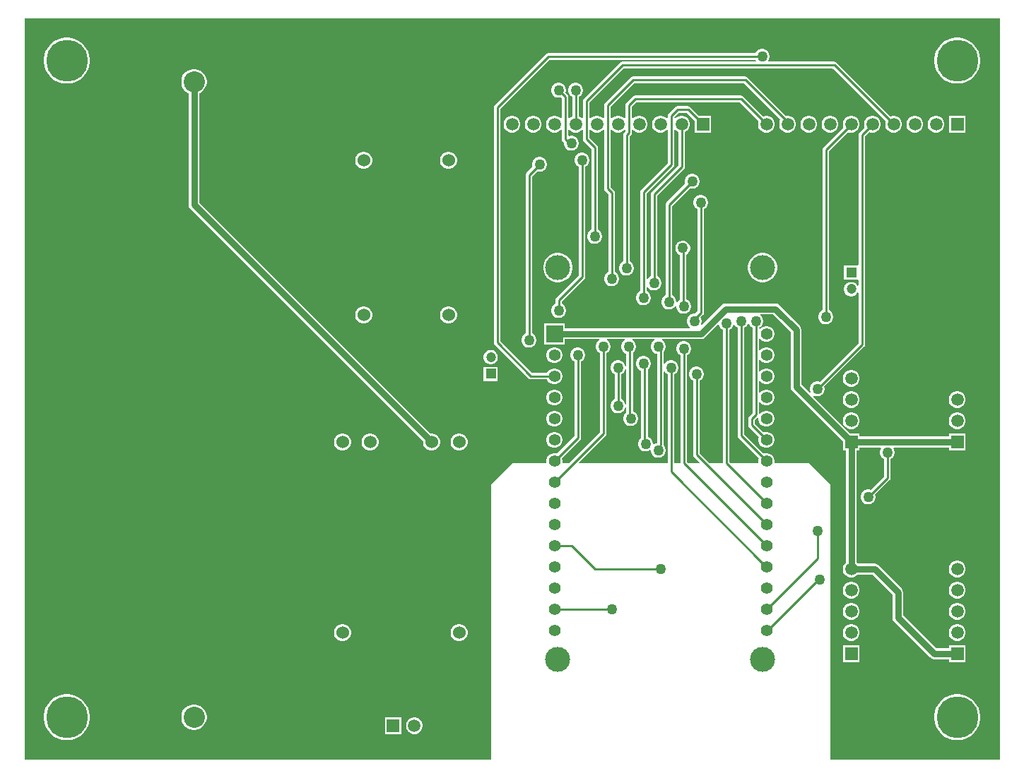
<source format=gbl>
%FSTAX23Y23*%
%MOIN*%
%SFA1B1*%

%IPPOS*%
%ADD13C,0.010000*%
%ADD20R,0.047240X0.047240*%
%ADD21C,0.047240*%
%ADD29C,0.030000*%
%ADD30R,0.078740X0.078740*%
%ADD31C,0.055000*%
%ADD32C,0.118110*%
%ADD33C,0.059060*%
%ADD34R,0.059060X0.059060*%
%ADD35R,0.059060X0.059060*%
%ADD36C,0.100000*%
%ADD37C,0.060000*%
%ADD38C,0.050000*%
%ADD39C,0.196850*%
%LNpcb1-1*%
%LPD*%
G36*
X064Y018D02*
X056D01*
Y031*
X055Y032*
X0534*
X05337Y03203*
X05337Y03205*
Y03214*
X05334Y03224*
X0533Y03233*
X05323Y0324*
X05314Y03244*
X05304Y03247*
X05295*
X05286Y03245*
X05195Y03336*
Y03838*
X05201Y03841*
X05208Y03848*
X05212Y03856*
X05215Y03856*
X05217Y03856*
X05221Y03848*
X05228Y03841*
X05234Y03838*
Y03436*
X05219Y0342*
X05215Y03415*
X05214Y0341*
Y0338*
X05215Y03374*
X05219Y03369*
X05264Y03323*
X05262Y03314*
Y03305*
X05265Y03295*
X05269Y03286*
X05276Y03279*
X05285Y03275*
X05295Y03272*
X05304*
X05314Y03275*
X05323Y03279*
X0533Y03286*
X05334Y03295*
X05337Y03305*
Y03314*
X05334Y03324*
X0533Y03333*
X05323Y0334*
X05314Y03344*
X05304Y03347*
X05295*
X05286Y03345*
X05245Y03386*
Y03403*
X05257Y03416*
X05259Y03415*
X05262Y03413*
Y03405*
X05265Y03395*
X05269Y03386*
X05276Y03379*
X05285Y03375*
X05295Y03372*
X05304*
X05314Y03375*
X05323Y03379*
X0533Y03386*
X05334Y03395*
X05337Y03405*
Y03414*
X05334Y03424*
X0533Y03433*
X05323Y0344*
X05314Y03444*
X05304Y03447*
X05295*
X05285Y03444*
X05276Y0344*
X0527Y03433*
X05268Y03433*
X05265Y03434*
Y03485*
X05268Y03486*
X0527Y03486*
X05276Y03479*
X05285Y03475*
X05295Y03472*
X05304*
X05314Y03475*
X05323Y03479*
X0533Y03486*
X05334Y03495*
X05337Y03505*
Y03514*
X05334Y03524*
X0533Y03533*
X05323Y0354*
X05314Y03544*
X05304Y03547*
X05295*
X05285Y03544*
X05276Y0354*
X0527Y03533*
X05268Y03533*
X05265Y03534*
Y03585*
X05268Y03586*
X0527Y03586*
X05276Y03579*
X05285Y03575*
X05295Y03572*
X05304*
X05314Y03575*
X05323Y03579*
X0533Y03586*
X05334Y03595*
X05337Y03605*
Y03614*
X05334Y03624*
X0533Y03633*
X05323Y0364*
X05314Y03644*
X05304Y03647*
X05295*
X05285Y03644*
X05276Y0364*
X0527Y03633*
X05268Y03633*
X05265Y03634*
Y03685*
X05268Y03686*
X0527Y03686*
X05276Y03679*
X05285Y03675*
X05295Y03672*
X05304*
X05314Y03675*
X05323Y03679*
X0533Y03686*
X05334Y03695*
X05337Y03705*
Y03714*
X05334Y03724*
X0533Y03733*
X05323Y0374*
X05314Y03744*
X05304Y03747*
X05295*
X05285Y03744*
X05276Y0374*
X0527Y03733*
X05268Y03733*
X05265Y03734*
Y03785*
X05268Y03786*
X0527Y03786*
X05276Y03779*
X05285Y03775*
X05295Y03772*
X05304*
X05314Y03775*
X05323Y03779*
X0533Y03786*
X05334Y03795*
X05337Y03805*
Y03814*
X05334Y03824*
X0533Y03833*
X05323Y0384*
X05314Y03844*
X05304Y03847*
X05295*
X05285Y03844*
X05276Y0384*
X05271Y03834*
X05266Y03836*
X05266Y03839*
X05271Y03841*
X05278Y03848*
X05282Y03856*
X05285Y03865*
Y03874*
X05282Y03883*
X05278Y03891*
X05272Y03897*
X05273Y03902*
X05331*
X05414Y03819*
Y0356*
X05416Y0355*
X05421Y03541*
X0566Y03303*
Y0326*
X05674*
Y0273*
X05668Y02724*
X05663Y02715*
X0566Y02705*
Y02694*
X05663Y02684*
X05668Y02675*
X05675Y02668*
X05684Y02663*
X05694Y0266*
X05705*
X05715Y02663*
X05724Y02668*
X0573Y02674*
X05799*
X05894Y02579*
Y0247*
X05896Y0246*
X05901Y02451*
X06071Y02281*
X0608Y02276*
X0609Y02274*
X0616*
Y0226*
X06239*
Y02339*
X0616*
Y02325*
X061*
X05945Y0248*
Y0259*
X05943Y02599*
X05938Y02608*
X05828Y02718*
X05819Y02723*
X0581Y02725*
X0573*
X05725Y0273*
Y0326*
X05739*
Y03274*
X05838*
X0584Y03269*
X05837Y03263*
X05835Y03254*
Y03245*
X05837Y03236*
X05841Y03228*
X05848Y03221*
X05854Y03218*
Y03136*
X05791Y03073*
X05784Y03075*
X05775*
X05766Y03072*
X05758Y03068*
X05751Y03061*
X05747Y03053*
X05745Y03044*
Y03035*
X05747Y03026*
X05751Y03018*
X05758Y03011*
X05766Y03007*
X05775Y03005*
X05784*
X05793Y03007*
X05801Y03011*
X05808Y03018*
X05812Y03026*
X05815Y03035*
Y03044*
X05813Y03051*
X0588Y03119*
X05884Y03124*
X05885Y0313*
Y03218*
X05891Y03221*
X05898Y03228*
X05902Y03236*
X05905Y03245*
Y03254*
X05902Y03263*
X05899Y03269*
X05901Y03274*
X0616*
Y0326*
X06239*
Y03339*
X0616*
Y03325*
X05739*
Y03339*
X05696*
X05521Y03514*
X05524Y03518*
X05526Y03517*
X05535Y03515*
X05544*
X05553Y03517*
X05561Y03521*
X05568Y03528*
X05572Y03536*
X05575Y03545*
Y03554*
X05573Y03561*
X0576Y03749*
X05764Y03754*
X05765Y0376*
Y04743*
X05784Y04763*
X05794Y0476*
X05805*
X05815Y04763*
X05824Y04768*
X05831Y04775*
X05836Y04784*
X05839Y04794*
Y04805*
X05836Y04815*
X05831Y04824*
X05824Y04831*
X05815Y04836*
X05805Y04839*
X05794*
X05784Y04836*
X05775Y04831*
X05768Y04824*
X05763Y04815*
X0576Y04805*
Y04794*
X05763Y04784*
X05739Y0476*
X05735Y04755*
X05734Y0475*
Y04138*
X05733Y04133*
X05729*
X05666*
Y04066*
X05733*
X05734Y04061*
Y04038*
X05729Y04037*
X05726Y04041*
X0572Y04048*
X05712Y04052*
X05704Y04054*
X05695*
X05687Y04052*
X05679Y04048*
X05673Y04041*
X05668Y04034*
X05666Y04025*
Y04016*
X05668Y04008*
X05673Y04*
X05679Y03994*
X05687Y03989*
X05695Y03987*
X05704*
X05712Y03989*
X0572Y03994*
X05726Y04*
X05729Y04005*
X05734Y04004*
Y03766*
X05551Y03583*
X05544Y03585*
X05535*
X05526Y03582*
X05518Y03578*
X05511Y03571*
X05507Y03563*
X05505Y03554*
Y03545*
X05507Y03536*
X05508Y03534*
X05504Y03531*
X05465Y0357*
Y0383*
X05463Y03839*
X05458Y03848*
X0536Y03945*
X05352Y03951*
X05342Y03953*
X05107*
X05097Y03951*
X05089Y03945*
X04995Y03851*
X04991Y03854*
X04992Y03856*
X04995Y03865*
Y03874*
X04992Y03883*
X04989Y03888*
X05Y039*
X05004Y03904*
X05005Y0391*
Y04398*
X05011Y04401*
X05018Y04408*
X05022Y04416*
X05025Y04425*
Y04434*
X05022Y04443*
X05018Y04451*
X05011Y04458*
X05003Y04462*
X04994Y04465*
X04985*
X04976Y04462*
X04968Y04458*
X04961Y04451*
X04957Y04443*
X04955Y04434*
Y04425*
X04957Y04416*
X04961Y04408*
X04968Y04401*
X04974Y04398*
Y03917*
X04962Y03905*
X04955*
X04946Y03902*
X04938Y03898*
X04931Y03891*
X04927Y03883*
X04925Y03874*
Y03865*
X04927Y03856*
X04931Y03848*
X04938Y03841*
X04939Y03841*
X04938Y03836*
X04349*
Y03859*
X0425*
Y0376*
X04349*
Y03785*
X04511*
X04512Y0378*
X04508Y03778*
X04501Y03771*
X04497Y03763*
X04495Y03754*
Y03745*
X04497Y03736*
X04501Y03728*
X04508Y03721*
X04514Y03718*
Y03347*
X04367Y032*
X0434*
X04337Y03203*
X04337Y03205*
Y03214*
X04335Y03224*
X0442Y0331*
X04424Y03314*
X04425Y0332*
Y03678*
X04431Y03681*
X04438Y03688*
X04442Y03696*
X04445Y03705*
Y03714*
X04442Y03723*
X04438Y03731*
X04431Y03738*
X04423Y03742*
X04414Y03745*
X04405*
X04396Y03742*
X04388Y03738*
X04381Y03731*
X04377Y03723*
X04375Y03714*
Y03705*
X04377Y03696*
X04381Y03688*
X04388Y03681*
X04394Y03678*
Y03327*
X04312Y03245*
X04304Y03247*
X04295*
X04285Y03244*
X04276Y0324*
X04269Y03233*
X04265Y03224*
X04262Y03214*
Y03205*
X04262Y03203*
X04259Y032*
X041*
X04Y031*
Y018*
X018*
Y053*
X064*
Y018*
G37*
G36*
X04772Y0378D02*
X04768Y03778D01*
X04761Y03771*
X04757Y03763*
X04755Y03754*
Y03745*
X04757Y03736*
X04761Y03728*
X04768Y03721*
X04776Y03717*
X04784Y03715*
Y03294*
X04776Y03292*
X0477Y03288*
X04765Y0329*
X04765Y03291*
Y03294*
X04762Y03303*
X04758Y03311*
X04751Y03318*
X04743Y03322*
X0474Y03323*
Y03641*
X04741Y03641*
X04748Y03648*
X04752Y03656*
X04755Y03665*
Y03674*
X04752Y03683*
X04748Y03691*
X04741Y03698*
X04733Y03702*
X04724Y03705*
X04715*
X04706Y03702*
X04698Y03698*
X04691Y03691*
X04687Y03683*
X04685Y03674*
Y03665*
X04687Y03656*
X04691Y03648*
X04698Y03641*
X04706Y03637*
X04709Y03636*
Y03318*
X04708Y03318*
X04701Y03311*
X04697Y03303*
X04695Y03294*
Y03285*
X04697Y03276*
X04701Y03268*
X04708Y03261*
X04716Y03257*
X04725Y03255*
X04734*
X04743Y03257*
X0475Y03261*
X04754Y03259*
X04755Y03258*
Y03255*
X04757Y03246*
X04761Y03238*
X04768Y03231*
X04776Y03227*
X04785Y03225*
X04794*
X04803Y03227*
X04811Y03231*
X04818Y03238*
X04822Y03246*
X04825Y03255*
Y03264*
X04822Y03273*
X04818Y03281*
X04815Y03284*
X04815Y03285*
Y0363*
X0482Y03631*
X04821Y03628*
X04828Y03621*
X04834Y03618*
Y032*
X04417*
X04415Y03204*
X0454Y0333*
X04544Y03334*
X04545Y0334*
Y03718*
X04551Y03721*
X04558Y03728*
X04562Y03736*
X04565Y03745*
Y03754*
X04562Y03763*
X04558Y03771*
X04551Y03778*
X04547Y0378*
X04548Y03785*
X04631*
X04632Y0378*
X04628Y03778*
X04621Y03771*
X04617Y03763*
X04615Y03754*
Y03745*
X04617Y03736*
X04621Y03728*
X04628Y03721*
X04636Y03717*
X04639Y03716*
Y03656*
X04634Y03655*
X04632Y03663*
X04628Y03671*
X04621Y03678*
X04613Y03682*
X04604Y03685*
X04595*
X04586Y03682*
X04578Y03678*
X04571Y03671*
X04567Y03663*
X04565Y03654*
Y03645*
X04567Y03636*
X04571Y03628*
X04578Y03621*
X04584Y03618*
Y03501*
X04578Y03498*
X04571Y03491*
X04567Y03483*
X04565Y03474*
Y03465*
X04567Y03456*
X04571Y03448*
X04578Y03441*
X04586Y03437*
X04595Y03435*
X04604*
X04613Y03437*
X04621Y03441*
X04628Y03448*
X04632Y03456*
X04634Y03464*
X04639Y03463*
Y03438*
X04638Y03438*
X04631Y03431*
X04627Y03423*
X04625Y03414*
Y03405*
X04627Y03396*
X04631Y03388*
X04638Y03381*
X04646Y03377*
X04655Y03375*
X04664*
X04673Y03377*
X04681Y03381*
X04688Y03388*
X04692Y03396*
X04695Y03405*
Y03414*
X04692Y03423*
X04688Y03431*
X04681Y03438*
X04673Y03442*
X0467Y03443*
Y03721*
X04671Y03721*
X04678Y03728*
X04682Y03736*
X04685Y03745*
Y03754*
X04682Y03763*
X04678Y03771*
X04671Y03778*
X04667Y0378*
X04668Y03785*
X04771*
X04772Y0378*
G37*
G36*
X04639Y03643D02*
Y03476D01*
X04634Y03475*
X04632Y03483*
X04628Y03491*
X04621Y03498*
X04615Y03501*
Y03618*
X04621Y03621*
X04628Y03628*
X04632Y03636*
X04634Y03644*
X04639Y03643*
G37*
G36*
X05151Y03848D02*
X05158Y03841D01*
X05164Y03838*
Y0333*
X05165Y03324*
X05169Y03319*
X05264Y03223*
X05262Y03214*
Y03205*
X05262Y03203*
X05259Y032*
X05131*
X05125Y03205*
Y03828*
X05131Y03831*
X05138Y03838*
X05142Y03846*
X05144Y03851*
X05149Y03852*
X05151Y03848*
G37*
G36*
X05075Y03852D02*
X05077Y03846D01*
X05082Y03838*
X05088Y03831*
X05095Y03828*
Y032*
X05032*
X04985Y03247*
Y03588*
X04991Y03591*
X04998Y03598*
X05002Y03606*
X05005Y03615*
Y03624*
X05002Y03633*
X04998Y03641*
X04991Y03648*
X04983Y03652*
X04974Y03655*
X04965*
X04956Y03652*
X04948Y03648*
X04941Y03641*
X04937Y03633*
X04935Y03624*
Y03615*
X04937Y03606*
X04941Y03598*
X04948Y03591*
X04954Y03588*
Y0324*
X04955Y03234*
X04959Y0323*
X04984Y03204*
X04982Y032*
X04932*
X04925Y03207*
Y03708*
X04931Y03711*
X04938Y03718*
X04942Y03726*
X04945Y03735*
Y03744*
X04942Y03753*
X04938Y03761*
X04931Y03768*
X04923Y03772*
X04914Y03775*
X04905*
X04896Y03772*
X04888Y03768*
X04881Y03761*
X04877Y03753*
X04875Y03744*
Y03735*
X04877Y03726*
X04881Y03718*
X04888Y03711*
X04894Y03708*
Y032*
X04894Y032*
X04865*
Y03618*
X04871Y03621*
X04878Y03628*
X04882Y03636*
X04885Y03645*
Y03654*
X04882Y03663*
X04878Y03671*
X04871Y03678*
X04863Y03682*
X04854Y03685*
X04845*
X04836Y03682*
X04828Y03678*
X04821Y03671*
X0482Y03668*
X04815Y03669*
Y03725*
X04818Y03728*
X04822Y03736*
X04825Y03745*
Y03754*
X04822Y03763*
X04818Y03771*
X04811Y03778*
X04807Y0378*
X04808Y03785*
X0499*
X05Y03787*
X05008Y03792*
X0507Y03854*
X05075Y03852*
G37*
%LNpcb1-2*%
%LPC*%
G36*
X06208Y05208D02*
X06191D01*
X06174Y05205*
X06158Y052*
X06143Y05192*
X06129Y05182*
X06117Y0517*
X06107Y05156*
X06099Y05141*
X06094Y05125*
X06091Y05108*
Y05091*
X06094Y05074*
X06099Y05058*
X06107Y05043*
X06117Y05029*
X06129Y05017*
X06143Y05007*
X06158Y04999*
X06174Y04994*
X06191Y04991*
X06208*
X06225Y04994*
X06241Y04999*
X06256Y05007*
X0627Y05017*
X06282Y05029*
X06292Y05043*
X063Y05058*
X06305Y05074*
X06308Y05091*
Y05108*
X06305Y05125*
X063Y05141*
X06292Y05156*
X06282Y0517*
X0627Y05182*
X06256Y05192*
X06241Y052*
X06225Y05205*
X06208Y05208*
G37*
G36*
X02008D02*
X01991D01*
X01974Y05205*
X01958Y052*
X01943Y05192*
X01929Y05182*
X01917Y0517*
X01907Y05156*
X01899Y05141*
X01894Y05125*
X01891Y05108*
Y05091*
X01894Y05074*
X01899Y05058*
X01907Y05043*
X01917Y05029*
X01929Y05017*
X01943Y05007*
X01958Y04999*
X01974Y04994*
X01991Y04991*
X02008*
X02025Y04994*
X02041Y04999*
X02056Y05007*
X0207Y05017*
X02082Y05029*
X02092Y05043*
X021Y05058*
X02105Y05074*
X02108Y05091*
Y05108*
X02105Y05125*
X021Y05141*
X02092Y05156*
X02082Y0517*
X0207Y05182*
X02056Y05192*
X02041Y052*
X02025Y05205*
X02008Y05208*
G37*
G36*
X06239Y04839D02*
X0616D01*
Y0476*
X06239*
Y04839*
G37*
G36*
X06105D02*
X06094D01*
X06084Y04836*
X06075Y04831*
X06068Y04824*
X06063Y04815*
X0606Y04805*
Y04794*
X06063Y04784*
X06068Y04775*
X06075Y04768*
X06084Y04763*
X06094Y0476*
X06105*
X06115Y04763*
X06124Y04768*
X06131Y04775*
X06136Y04784*
X06139Y04794*
Y04805*
X06136Y04815*
X06131Y04824*
X06124Y04831*
X06115Y04836*
X06105Y04839*
G37*
G36*
X06005D02*
X05994D01*
X05984Y04836*
X05975Y04831*
X05968Y04824*
X05963Y04815*
X0596Y04805*
Y04794*
X05963Y04784*
X05968Y04775*
X05975Y04768*
X05984Y04763*
X05994Y0476*
X06005*
X06015Y04763*
X06024Y04768*
X06031Y04775*
X06036Y04784*
X06039Y04794*
Y04805*
X06036Y04815*
X06031Y04824*
X06024Y04831*
X06015Y04836*
X06005Y04839*
G37*
G36*
X05284Y05155D02*
X05275D01*
X05266Y05152*
X05258Y05148*
X05251Y05141*
X05248Y05135*
X0427*
X04264Y05134*
X04259Y0513*
X04019Y0489*
X04015Y04885*
X04014Y0488*
Y0377*
X04015Y03764*
X04019Y03759*
X04178Y036*
X04183Y03596*
X04189Y03595*
X04265*
X04265*
X04269Y03586*
X04276Y03579*
X04285Y03575*
X04295Y03572*
X04304*
X04314Y03575*
X04323Y03579*
X0433Y03586*
X04334Y03595*
X04337Y03605*
Y03614*
X04334Y03624*
X0433Y03633*
X04323Y0364*
X04314Y03644*
X04304Y03647*
X04295*
X04285Y03644*
X04276Y0364*
X04269Y03633*
X04266Y03626*
X04195*
X04045Y03776*
Y04873*
X04276Y05104*
X05248*
X0525Y051*
X05248Y05095*
X0462*
X04614Y05094*
X04609Y0509*
X04439Y0492*
X04435Y04915*
X04434Y0491*
Y04828*
X04429Y04826*
X04424Y04831*
X04415Y04836*
Y04928*
X04421Y04931*
X04428Y04938*
X04432Y04946*
X04435Y04955*
Y04964*
X04432Y04973*
X04428Y04981*
X04421Y04988*
X04413Y04992*
X04404Y04995*
X04395*
X04386Y04992*
X04378Y04988*
X04371Y04981*
X04367Y04973*
X04365Y04964*
Y04955*
X04367Y04946*
X04371Y04938*
X04378Y04931*
X04384Y04928*
Y04836*
X04375Y04831*
X0437Y04826*
X04365Y04828*
Y0493*
X04364Y04935*
X0436Y0494*
X04353Y04948*
X04355Y04955*
Y04964*
X04352Y04973*
X04348Y04981*
X04341Y04988*
X04333Y04992*
X04324Y04995*
X04315*
X04306Y04992*
X04298Y04988*
X04291Y04981*
X04287Y04973*
X04285Y04964*
Y04955*
X04287Y04946*
X04291Y04938*
X04298Y04931*
X04306Y04927*
X04315Y04925*
X04324*
X0433Y04926*
X04334Y04923*
Y04828*
X04329Y04826*
X04324Y04831*
X04315Y04836*
X04305Y04839*
X04294*
X04284Y04836*
X04275Y04831*
X04268Y04824*
X04263Y04815*
X0426Y04805*
Y04794*
X04263Y04784*
X04268Y04775*
X04275Y04768*
X04284Y04763*
X04294Y0476*
X04305*
X04315Y04763*
X04324Y04768*
X04329Y04773*
X04334Y04771*
Y0473*
X04335Y04724*
X04339Y04719*
X04345Y04713*
Y04705*
X04347Y04696*
X04351Y04688*
X04358Y04681*
X04366Y04677*
X04375Y04675*
X04384*
X04393Y04677*
X04401Y04681*
X04408Y04688*
X04412Y04696*
X04415Y04705*
Y04714*
X04412Y04723*
X04408Y04731*
X04401Y04738*
X04393Y04742*
X04384Y04745*
X04375*
X0437Y04743*
X04365Y04747*
Y04771*
X0437Y04773*
X04375Y04768*
X04384Y04763*
X04394Y0476*
X04405*
X04415Y04763*
X04424Y04768*
X04429Y04773*
X04434Y04771*
Y0473*
X04435Y04724*
X04439Y04719*
X04474Y04683*
Y04301*
X04468Y04298*
X04461Y04291*
X04457Y04283*
X04455Y04274*
Y04265*
X04457Y04256*
X04461Y04248*
X04468Y04241*
X04476Y04237*
X04485Y04235*
X04494*
X04503Y04237*
X04511Y04241*
X04518Y04248*
X04522Y04256*
X04525Y04265*
Y04274*
X04522Y04283*
X04518Y04291*
X04511Y04298*
X04505Y04301*
Y0469*
X04504Y04695*
X045Y047*
X04465Y04736*
Y04771*
X0447Y04773*
X04475Y04768*
X04484Y04763*
X04494Y0476*
X04505*
X04515Y04763*
X04524Y04768*
X04529Y04773*
X04534Y04771*
Y04495*
X04535Y04489*
X04539Y04484*
X04554Y04469*
Y04101*
X04548Y04098*
X04541Y04091*
X04537Y04083*
X04535Y04074*
Y04065*
X04537Y04056*
X04541Y04048*
X04548Y04041*
X04556Y04037*
X04565Y04035*
X04574*
X04583Y04037*
X04591Y04041*
X04598Y04048*
X04602Y04056*
X04605Y04065*
Y04074*
X04602Y04083*
X04598Y04091*
X04591Y04098*
X04585Y04101*
Y04475*
X04584Y04481*
X0458Y04486*
X04565Y04501*
Y04771*
X0457Y04773*
X04575Y04768*
X04584Y04763*
X04594Y0476*
X04605*
X04615Y04763*
X04624Y04768*
X04629Y04773*
X04634Y04771*
Y04766*
X04629Y0476*
X04625Y04755*
X04624Y0475*
Y04151*
X04618Y04148*
X04611Y04141*
X04607Y04133*
X04605Y04124*
Y04115*
X04607Y04106*
X04611Y04098*
X04618Y04091*
X04626Y04087*
X04635Y04085*
X04644*
X04653Y04087*
X04661Y04091*
X04668Y04098*
X04672Y04106*
X04675Y04115*
Y04124*
X04672Y04133*
X04668Y04141*
X04661Y04148*
X04655Y04151*
Y04743*
X0466Y04749*
X04664Y04754*
X04665Y0476*
Y04771*
X0467Y04773*
X04675Y04768*
X04684Y04763*
X04694Y0476*
X04705*
X04715Y04763*
X04724Y04768*
X04731Y04775*
X04736Y04784*
X04739Y04794*
Y04805*
X04736Y04815*
X04731Y04824*
X04724Y04831*
X04715Y04836*
X04705Y04839*
X04694*
X04684Y04836*
X04675Y04831*
X0467Y04826*
X04665Y04828*
Y04883*
X04686Y04904*
X05173*
X05263Y04815*
X0526Y04805*
Y04794*
X05263Y04784*
X05268Y04775*
X05275Y04768*
X05284Y04763*
X05294Y0476*
X05305*
X05315Y04763*
X05324Y04768*
X05331Y04775*
X05336Y04784*
X05339Y04794*
Y04805*
X05336Y04815*
X05331Y04824*
X05324Y04831*
X05315Y04836*
X05305Y04839*
X05294*
X05284Y04836*
X0519Y0493*
X05185Y04934*
X0518Y04935*
X0468*
X04674Y04934*
X04669Y0493*
X04639Y049*
X04635Y04895*
X04634Y0489*
Y04828*
X04629Y04826*
X04624Y04831*
X04615Y04836*
X04605Y04839*
X04594*
X04584Y04836*
X04575Y04831*
X0457Y04826*
X04565Y04828*
Y04883*
X04676Y04994*
X05193*
X05366Y04821*
X05363Y04815*
X0536Y04805*
Y04794*
X05363Y04784*
X05368Y04775*
X05375Y04768*
X05384Y04763*
X05394Y0476*
X05405*
X05415Y04763*
X05424Y04768*
X05431Y04775*
X05436Y04784*
X05439Y04794*
Y04805*
X05436Y04815*
X05431Y04824*
X05424Y04831*
X05415Y04836*
X05405Y04839*
X05394*
X05392Y04838*
X0521Y0502*
X05205Y05024*
X052Y05025*
X0467*
X04664Y05024*
X04659Y0502*
X04539Y049*
X04535Y04895*
X04534Y0489*
Y04828*
X04529Y04826*
X04524Y04831*
X04515Y04836*
X04505Y04839*
X04494*
X04484Y04836*
X04475Y04831*
X0447Y04826*
X04465Y04828*
Y04903*
X04626Y05064*
X05613*
X05863Y04815*
X0586Y04805*
Y04794*
X05863Y04784*
X05868Y04775*
X05875Y04768*
X05884Y04763*
X05894Y0476*
X05905*
X05915Y04763*
X05924Y04768*
X05931Y04775*
X05936Y04784*
X05939Y04794*
Y04805*
X05936Y04815*
X05931Y04824*
X05924Y04831*
X05915Y04836*
X05905Y04839*
X05894*
X05884Y04836*
X0563Y0509*
X05625Y05094*
X0562Y05095*
X05311*
X05309Y051*
X05312Y05106*
X05315Y05115*
Y05124*
X05312Y05133*
X05308Y05141*
X05301Y05148*
X05293Y05152*
X05284Y05155*
G37*
G36*
X05705Y04839D02*
X05694D01*
X05684Y04836*
X05675Y04831*
X05668Y04824*
X05663Y04815*
X0566Y04805*
Y04794*
X05663Y04784*
X05569Y0469*
X05565Y04685*
X05564Y0468*
Y03921*
X05558Y03918*
X05551Y03911*
X05547Y03903*
X05545Y03894*
Y03885*
X05547Y03876*
X05551Y03868*
X05558Y03861*
X05566Y03857*
X05575Y03855*
X05584*
X05593Y03857*
X05601Y03861*
X05608Y03868*
X05612Y03876*
X05615Y03885*
Y03894*
X05612Y03903*
X05608Y03911*
X05601Y03918*
X05595Y03921*
Y04673*
X05684Y04763*
X05694Y0476*
X05705*
X05715Y04763*
X05724Y04768*
X05731Y04775*
X05736Y04784*
X05739Y04794*
Y04805*
X05736Y04815*
X05731Y04824*
X05724Y04831*
X05715Y04836*
X05705Y04839*
G37*
G36*
X05605D02*
X05594D01*
X05584Y04836*
X05575Y04831*
X05568Y04824*
X05563Y04815*
X0556Y04805*
Y04794*
X05563Y04784*
X05568Y04775*
X05575Y04768*
X05584Y04763*
X05594Y0476*
X05605*
X05615Y04763*
X05624Y04768*
X05631Y04775*
X05636Y04784*
X05639Y04794*
Y04805*
X05636Y04815*
X05631Y04824*
X05624Y04831*
X05615Y04836*
X05605Y04839*
G37*
G36*
X05505D02*
X05494D01*
X05484Y04836*
X05475Y04831*
X05468Y04824*
X05463Y04815*
X0546Y04805*
Y04794*
X05463Y04784*
X05468Y04775*
X05475Y04768*
X05484Y04763*
X05494Y0476*
X05505*
X05515Y04763*
X05524Y04768*
X05531Y04775*
X05536Y04784*
X05539Y04794*
Y04805*
X05536Y04815*
X05531Y04824*
X05524Y04831*
X05515Y04836*
X05505Y04839*
G37*
G36*
X0493Y04885D02*
X0488D01*
X04874Y04884*
X04869Y0488*
X04839Y0485*
X04835Y04845*
X04834Y0484*
Y04828*
X04829Y04826*
X04824Y04831*
X04815Y04836*
X04805Y04839*
X04794*
X04784Y04836*
X04775Y04831*
X04768Y04824*
X04763Y04815*
X0476Y04805*
Y04794*
X04763Y04784*
X04768Y04775*
X04775Y04768*
X04784Y04763*
X04794Y0476*
X04805*
X04815Y04763*
X04824Y04768*
X04829Y04773*
X04834Y04771*
Y04616*
X04709Y0449*
X04705Y04485*
X04704Y0448*
Y04011*
X04698Y04008*
X04691Y04001*
X04687Y03993*
X04685Y03984*
Y03975*
X04687Y03966*
X04691Y03958*
X04698Y03951*
X04706Y03947*
X04715Y03945*
X04724*
X04733Y03947*
X04741Y03951*
X04748Y03958*
X04752Y03966*
X04755Y03975*
Y03984*
X04752Y03993*
X04748Y04001*
X04741Y04008*
X04735Y04011*
Y0403*
X0474Y04031*
X04741Y04028*
X04748Y04021*
X04756Y04017*
X04765Y04015*
X04774*
X04783Y04017*
X04791Y04021*
X04798Y04028*
X04802Y04036*
X04805Y04045*
Y04054*
X04802Y04063*
X04798Y04071*
X04791Y04078*
X04785Y04081*
Y04463*
X0491Y04589*
X04914Y04594*
X04915Y046*
Y04763*
X04924Y04768*
X04931Y04775*
X04936Y04784*
X04939Y04794*
Y04805*
X04936Y04815*
X04931Y04824*
X04924Y04831*
X04915Y04836*
X04905Y04839*
X04894*
X04884Y04836*
X04875Y04831*
X0487Y04826*
X04865Y04828*
Y04833*
X04886Y04854*
X04923*
X0496Y04817*
Y0476*
X05039*
Y04839*
X04982*
X0494Y0488*
X04935Y04884*
X0493Y04885*
G37*
G36*
X04205Y04839D02*
X04194D01*
X04184Y04836*
X04175Y04831*
X04168Y04824*
X04163Y04815*
X0416Y04805*
Y04794*
X04163Y04784*
X04168Y04775*
X04175Y04768*
X04184Y04763*
X04194Y0476*
X04205*
X04215Y04763*
X04224Y04768*
X04231Y04775*
X04236Y04784*
X04239Y04794*
Y04805*
X04236Y04815*
X04231Y04824*
X04224Y04831*
X04215Y04836*
X04205Y04839*
G37*
G36*
X04105D02*
X04094D01*
X04084Y04836*
X04075Y04831*
X04068Y04824*
X04063Y04815*
X0406Y04805*
Y04794*
X04063Y04784*
X04068Y04775*
X04075Y04768*
X04084Y04763*
X04094Y0476*
X04105*
X04115Y04763*
X04124Y04768*
X04131Y04775*
X04136Y04784*
X04139Y04794*
Y04805*
X04136Y04815*
X04131Y04824*
X04124Y04831*
X04115Y04836*
X04105Y04839*
G37*
G36*
X03805Y0467D02*
X03794D01*
X03784Y04667*
X03775Y04662*
X03767Y04654*
X03762Y04645*
X0376Y04635*
Y04624*
X03762Y04614*
X03767Y04605*
X03775Y04597*
X03784Y04592*
X03794Y0459*
X03805*
X03815Y04592*
X03824Y04597*
X03832Y04605*
X03837Y04614*
X0384Y04624*
Y04635*
X03837Y04645*
X03832Y04654*
X03824Y04662*
X03815Y04667*
X03805Y0467*
G37*
G36*
X03405D02*
X03394D01*
X03384Y04667*
X03375Y04662*
X03367Y04654*
X03362Y04645*
X0336Y04635*
Y04624*
X03362Y04614*
X03367Y04605*
X03375Y04597*
X03384Y04592*
X03394Y0459*
X03405*
X03415Y04592*
X03424Y04597*
X03432Y04605*
X03437Y04614*
X0344Y04624*
Y04635*
X03437Y04645*
X03432Y04654*
X03424Y04662*
X03415Y04667*
X03405Y0467*
G37*
G36*
X04234Y04645D02*
X04225D01*
X04216Y04642*
X04208Y04638*
X04201Y04631*
X04197Y04623*
X04195Y04614*
Y04605*
X04196Y04598*
X04169Y0457*
X04165Y04565*
X04164Y0456*
Y03811*
X04158Y03808*
X04151Y03801*
X04147Y03793*
X04145Y03784*
Y03775*
X04147Y03766*
X04151Y03758*
X04158Y03751*
X04166Y03747*
X04175Y03745*
X04184*
X04193Y03747*
X04201Y03751*
X04208Y03758*
X04212Y03766*
X04215Y03775*
Y03784*
X04212Y03793*
X04208Y03801*
X04201Y03808*
X04195Y03811*
Y04553*
X04218Y04576*
X04225Y04575*
X04234*
X04243Y04577*
X04251Y04581*
X04258Y04588*
X04262Y04596*
X04265Y04605*
Y04614*
X04262Y04623*
X04258Y04631*
X04251Y04638*
X04243Y04642*
X04234Y04645*
G37*
G36*
X04954Y04565D02*
X04945D01*
X04936Y04562*
X04928Y04558*
X04921Y04551*
X04917Y04543*
X04915Y04534*
Y04525*
X04916Y04518*
X04829Y0443*
X04825Y04425*
X04824Y0442*
Y03991*
X04818Y03988*
X04811Y03981*
X04807Y03973*
X04805Y03964*
Y03955*
X04807Y03946*
X04811Y03938*
X04818Y03931*
X04826Y03927*
X04835Y03925*
X04844*
X04853Y03927*
X04861Y03931*
X04868Y03938*
X0487Y03941*
X04875Y0394*
Y03935*
X04877Y03926*
X04881Y03918*
X04888Y03911*
X04896Y03907*
X04905Y03905*
X04914*
X04923Y03907*
X04931Y03911*
X04938Y03918*
X04942Y03926*
X04945Y03935*
Y03944*
X04942Y03953*
X04938Y03961*
X04931Y03968*
X04923Y03972*
X04922Y03972*
Y04184*
X04926Y04186*
X04933Y04193*
X04938Y04201*
X0494Y0421*
Y04219*
X04938Y04228*
X04933Y04236*
X04926Y04243*
X04918Y04247*
X0491Y0425*
X049*
X04891Y04247*
X04883Y04243*
X04877Y04236*
X04872Y04228*
X0487Y04219*
Y0421*
X04872Y04201*
X04877Y04193*
X04883Y04186*
X04891Y04182*
X04892Y04182*
Y0397*
X04888Y03968*
X04881Y03961*
X0488Y03958*
X04875Y03959*
Y03964*
X04872Y03973*
X04868Y03981*
X04861Y03988*
X04855Y03991*
Y04413*
X04938Y04496*
X04945Y04495*
X04954*
X04963Y04497*
X04971Y04501*
X04978Y04508*
X04982Y04516*
X04985Y04525*
Y04534*
X04982Y04543*
X04978Y04551*
X04971Y04558*
X04963Y04562*
X04954Y04565*
G37*
G36*
X05288Y04192D02*
X05274D01*
X05261Y04189*
X05248Y04184*
X05237Y04177*
X05227Y04167*
X0522Y04156*
X05215Y04143*
X05212Y0413*
Y04116*
X05215Y04103*
X0522Y0409*
X05227Y04079*
X05237Y04069*
X05248Y04062*
X05261Y04056*
X05274Y04054*
X05288*
X05301Y04056*
X05314Y04062*
X05325Y04069*
X05335Y04079*
X05342Y0409*
X05347Y04103*
X0535Y04116*
Y0413*
X05347Y04143*
X05342Y04156*
X05335Y04167*
X05325Y04177*
X05314Y04184*
X05301Y04189*
X05288Y04192*
G37*
G36*
X04323D02*
X04309D01*
X04296Y04189*
X04283Y04184*
X04272Y04177*
X04262Y04167*
X04255Y04156*
X0425Y04143*
X04247Y0413*
Y04116*
X0425Y04103*
X04255Y0409*
X04262Y04079*
X04272Y04069*
X04283Y04062*
X04296Y04056*
X04309Y04054*
X04323*
X04336Y04056*
X04349Y04062*
X0436Y04069*
X0437Y04079*
X04377Y0409*
X04382Y04103*
X04385Y04116*
Y0413*
X04382Y04143*
X04377Y04156*
X0437Y04167*
X0436Y04177*
X04349Y04184*
X04336Y04189*
X04323Y04192*
G37*
G36*
X04434Y04665D02*
X04425D01*
X04416Y04662*
X04408Y04658*
X04401Y04651*
X04397Y04643*
X04395Y04634*
Y04625*
X04397Y04616*
X04401Y04608*
X04408Y04601*
X04414Y04598*
Y04086*
X04309Y0398*
X04305Y03975*
X04304Y0397*
Y03951*
X04298Y03948*
X04291Y03941*
X04287Y03933*
X04285Y03924*
Y03915*
X04287Y03906*
X04291Y03898*
X04298Y03891*
X04306Y03887*
X04315Y03885*
X04324*
X04333Y03887*
X04341Y03891*
X04348Y03898*
X04352Y03906*
X04355Y03915*
Y03924*
X04352Y03933*
X04348Y03941*
X04341Y03948*
X04335Y03951*
Y03963*
X0444Y04069*
X04444Y04074*
X04445Y0408*
Y04598*
X04451Y04601*
X04458Y04608*
X04462Y04616*
X04465Y04625*
Y04634*
X04462Y04643*
X04458Y04651*
X04451Y04658*
X04443Y04662*
X04434Y04665*
G37*
G36*
X03805Y0394D02*
X03794D01*
X03784Y03937*
X03775Y03932*
X03767Y03924*
X03762Y03915*
X0376Y03905*
Y03894*
X03762Y03884*
X03767Y03875*
X03775Y03867*
X03784Y03862*
X03794Y0386*
X03805*
X03815Y03862*
X03824Y03867*
X03832Y03875*
X03837Y03884*
X0384Y03894*
Y03905*
X03837Y03915*
X03832Y03924*
X03824Y03932*
X03815Y03937*
X03805Y0394*
G37*
G36*
X03405D02*
X03394D01*
X03384Y03937*
X03375Y03932*
X03367Y03924*
X03362Y03915*
X0336Y03905*
Y03894*
X03362Y03884*
X03367Y03875*
X03375Y03867*
X03384Y03862*
X03394Y0386*
X03405*
X03415Y03862*
X03424Y03867*
X03432Y03875*
X03437Y03884*
X0344Y03894*
Y03905*
X03437Y03915*
X03432Y03924*
X03424Y03932*
X03415Y03937*
X03405Y0394*
G37*
G36*
X04304Y03747D02*
X04295D01*
X04285Y03744*
X04276Y0374*
X04269Y03733*
X04265Y03724*
X04262Y03714*
Y03705*
X04265Y03695*
X04269Y03686*
X04276Y03679*
X04285Y03675*
X04295Y03672*
X04304*
X04314Y03675*
X04323Y03679*
X0433Y03686*
X04334Y03695*
X04337Y03705*
Y03714*
X04334Y03724*
X0433Y03733*
X04323Y0374*
X04314Y03744*
X04304Y03747*
G37*
G36*
X04004Y03733D02*
X03995D01*
X03987Y03731*
X03979Y03726*
X03973Y0372*
X03968Y03712*
X03966Y03704*
Y03695*
X03968Y03687*
X03973Y03679*
X03979Y03673*
X03987Y03668*
X03995Y03666*
X04004*
X04012Y03668*
X0402Y03673*
X04026Y03679*
X04031Y03687*
X04033Y03695*
Y03704*
X04031Y03712*
X04026Y0372*
X0402Y03726*
X04012Y03731*
X04004Y03733*
G37*
G36*
X04033Y03654D02*
X03966D01*
Y03587*
X04033*
Y03654*
G37*
G36*
X05705Y03639D02*
X05694D01*
X05684Y03636*
X05675Y03631*
X05668Y03624*
X05663Y03615*
X0566Y03605*
Y03594*
X05663Y03584*
X05668Y03575*
X05675Y03568*
X05684Y03563*
X05694Y0356*
X05705*
X05715Y03563*
X05724Y03568*
X05731Y03575*
X05736Y03584*
X05739Y03594*
Y03605*
X05736Y03615*
X05731Y03624*
X05724Y03631*
X05715Y03636*
X05705Y03639*
G37*
G36*
X04304Y03547D02*
X04295D01*
X04285Y03544*
X04276Y0354*
X04269Y03533*
X04265Y03524*
X04262Y03514*
Y03505*
X04265Y03495*
X04269Y03486*
X04276Y03479*
X04285Y03475*
X04295Y03472*
X04304*
X04314Y03475*
X04323Y03479*
X0433Y03486*
X04334Y03495*
X04337Y03505*
Y03514*
X04334Y03524*
X0433Y03533*
X04323Y0354*
X04314Y03544*
X04304Y03547*
G37*
G36*
X06205Y03539D02*
X06194D01*
X06184Y03536*
X06175Y03531*
X06168Y03524*
X06163Y03515*
X0616Y03505*
Y03494*
X06163Y03484*
X06168Y03475*
X06175Y03468*
X06184Y03463*
X06194Y0346*
X06205*
X06215Y03463*
X06224Y03468*
X06231Y03475*
X06236Y03484*
X06239Y03494*
Y03505*
X06236Y03515*
X06231Y03524*
X06224Y03531*
X06215Y03536*
X06205Y03539*
G37*
G36*
X05705D02*
X05694D01*
X05684Y03536*
X05675Y03531*
X05668Y03524*
X05663Y03515*
X0566Y03505*
Y03494*
X05663Y03484*
X05668Y03475*
X05675Y03468*
X05684Y03463*
X05694Y0346*
X05705*
X05715Y03463*
X05724Y03468*
X05731Y03475*
X05736Y03484*
X05739Y03494*
Y03505*
X05736Y03515*
X05731Y03524*
X05724Y03531*
X05715Y03536*
X05705Y03539*
G37*
G36*
X04304Y03447D02*
X04295D01*
X04285Y03444*
X04276Y0344*
X04269Y03433*
X04265Y03424*
X04262Y03414*
Y03405*
X04265Y03395*
X04269Y03386*
X04276Y03379*
X04285Y03375*
X04295Y03372*
X04304*
X04314Y03375*
X04323Y03379*
X0433Y03386*
X04334Y03395*
X04337Y03405*
Y03414*
X04334Y03424*
X0433Y03433*
X04323Y0344*
X04314Y03444*
X04304Y03447*
G37*
G36*
X06205Y03439D02*
X06194D01*
X06184Y03436*
X06175Y03431*
X06168Y03424*
X06163Y03415*
X0616Y03405*
Y03394*
X06163Y03384*
X06168Y03375*
X06175Y03368*
X06184Y03363*
X06194Y0336*
X06205*
X06215Y03363*
X06224Y03368*
X06231Y03375*
X06236Y03384*
X06239Y03394*
Y03405*
X06236Y03415*
X06231Y03424*
X06224Y03431*
X06215Y03436*
X06205Y03439*
G37*
G36*
X05705D02*
X05694D01*
X05684Y03436*
X05675Y03431*
X05668Y03424*
X05663Y03415*
X0566Y03405*
Y03394*
X05663Y03384*
X05668Y03375*
X05675Y03368*
X05684Y03363*
X05694Y0336*
X05705*
X05715Y03363*
X05724Y03368*
X05731Y03375*
X05736Y03384*
X05739Y03394*
Y03405*
X05736Y03415*
X05731Y03424*
X05724Y03431*
X05715Y03436*
X05705Y03439*
G37*
G36*
X04304Y03347D02*
X04295D01*
X04285Y03344*
X04276Y0334*
X04269Y03333*
X04265Y03324*
X04262Y03314*
Y03305*
X04265Y03295*
X04269Y03286*
X04276Y03279*
X04285Y03275*
X04295Y03272*
X04304*
X04314Y03275*
X04323Y03279*
X0433Y03286*
X04334Y03295*
X04337Y03305*
Y03314*
X04334Y03324*
X0433Y03333*
X04323Y0334*
X04314Y03344*
X04304Y03347*
G37*
G36*
X03855Y0334D02*
X03844D01*
X03834Y03337*
X03825Y03332*
X03817Y03324*
X03812Y03315*
X0381Y03305*
Y03294*
X03812Y03284*
X03817Y03275*
X03825Y03267*
X03834Y03262*
X03844Y0326*
X03855*
X03865Y03262*
X03874Y03267*
X03882Y03275*
X03887Y03284*
X0389Y03294*
Y03305*
X03887Y03315*
X03882Y03324*
X03874Y03332*
X03865Y03337*
X03855Y0334*
G37*
G36*
X02605Y0506D02*
X02594D01*
X02582Y05057*
X02571Y05053*
X02561Y05046*
X02553Y05038*
X02546Y05028*
X02542Y05017*
X0254Y05005*
Y04994*
X02542Y04982*
X02546Y04971*
X02553Y04961*
X02561Y04953*
X02571Y04946*
X02574Y04945*
Y0442*
X02576Y0441*
X02581Y04401*
X0368Y03303*
Y03294*
X03682Y03284*
X03687Y03275*
X03695Y03267*
X03704Y03262*
X03714Y0326*
X03725*
X03735Y03262*
X03744Y03267*
X03752Y03275*
X03757Y03284*
X0376Y03294*
Y03305*
X03757Y03315*
X03752Y03324*
X03744Y03332*
X03735Y03337*
X03725Y0334*
X03716*
X02625Y0443*
Y04945*
X02628Y04946*
X02638Y04953*
X02646Y04961*
X02653Y04971*
X02657Y04982*
X0266Y04994*
Y05005*
X02657Y05017*
X02653Y05028*
X02646Y05038*
X02638Y05046*
X02628Y05053*
X02617Y05057*
X02605Y0506*
G37*
G36*
X03435Y0334D02*
X03424D01*
X03414Y03337*
X03405Y03332*
X03397Y03324*
X03392Y03315*
X0339Y03305*
Y03294*
X03392Y03284*
X03397Y03275*
X03405Y03267*
X03414Y03262*
X03424Y0326*
X03435*
X03445Y03262*
X03454Y03267*
X03462Y03275*
X03467Y03284*
X0347Y03294*
Y03305*
X03467Y03315*
X03462Y03324*
X03454Y03332*
X03445Y03337*
X03435Y0334*
G37*
G36*
X03305D02*
X03294D01*
X03284Y03337*
X03275Y03332*
X03267Y03324*
X03262Y03315*
X0326Y03305*
Y03294*
X03262Y03284*
X03267Y03275*
X03275Y03267*
X03284Y03262*
X03294Y0326*
X03305*
X03315Y03262*
X03324Y03267*
X03332Y03275*
X03337Y03284*
X0334Y03294*
Y03305*
X03337Y03315*
X03332Y03324*
X03324Y03332*
X03315Y03337*
X03305Y0334*
G37*
G36*
X06205Y02739D02*
X06194D01*
X06184Y02736*
X06175Y02731*
X06168Y02724*
X06163Y02715*
X0616Y02705*
Y02694*
X06163Y02684*
X06168Y02675*
X06175Y02668*
X06184Y02663*
X06194Y0266*
X06205*
X06215Y02663*
X06224Y02668*
X06231Y02675*
X06236Y02684*
X06239Y02694*
Y02705*
X06236Y02715*
X06231Y02724*
X06224Y02731*
X06215Y02736*
X06205Y02739*
G37*
G36*
Y02639D02*
X06194D01*
X06184Y02636*
X06175Y02631*
X06168Y02624*
X06163Y02615*
X0616Y02605*
Y02594*
X06163Y02584*
X06168Y02575*
X06175Y02568*
X06184Y02563*
X06194Y0256*
X06205*
X06215Y02563*
X06224Y02568*
X06231Y02575*
X06236Y02584*
X06239Y02594*
Y02605*
X06236Y02615*
X06231Y02624*
X06224Y02631*
X06215Y02636*
X06205Y02639*
G37*
G36*
X05705D02*
X05694D01*
X05684Y02636*
X05675Y02631*
X05668Y02624*
X05663Y02615*
X0566Y02605*
Y02594*
X05663Y02584*
X05668Y02575*
X05675Y02568*
X05684Y02563*
X05694Y0256*
X05705*
X05715Y02563*
X05724Y02568*
X05731Y02575*
X05736Y02584*
X05739Y02594*
Y02605*
X05736Y02615*
X05731Y02624*
X05724Y02631*
X05715Y02636*
X05705Y02639*
G37*
G36*
X06205Y02539D02*
X06194D01*
X06184Y02536*
X06175Y02531*
X06168Y02524*
X06163Y02515*
X0616Y02505*
Y02494*
X06163Y02484*
X06168Y02475*
X06175Y02468*
X06184Y02463*
X06194Y0246*
X06205*
X06215Y02463*
X06224Y02468*
X06231Y02475*
X06236Y02484*
X06239Y02494*
Y02505*
X06236Y02515*
X06231Y02524*
X06224Y02531*
X06215Y02536*
X06205Y02539*
G37*
G36*
X05705D02*
X05694D01*
X05684Y02536*
X05675Y02531*
X05668Y02524*
X05663Y02515*
X0566Y02505*
Y02494*
X05663Y02484*
X05668Y02475*
X05675Y02468*
X05684Y02463*
X05694Y0246*
X05705*
X05715Y02463*
X05724Y02468*
X05731Y02475*
X05736Y02484*
X05739Y02494*
Y02505*
X05736Y02515*
X05731Y02524*
X05724Y02531*
X05715Y02536*
X05705Y02539*
G37*
G36*
X06205Y02439D02*
X06194D01*
X06184Y02436*
X06175Y02431*
X06168Y02424*
X06163Y02415*
X0616Y02405*
Y02394*
X06163Y02384*
X06168Y02375*
X06175Y02368*
X06184Y02363*
X06194Y0236*
X06205*
X06215Y02363*
X06224Y02368*
X06231Y02375*
X06236Y02384*
X06239Y02394*
Y02405*
X06236Y02415*
X06231Y02424*
X06224Y02431*
X06215Y02436*
X06205Y02439*
G37*
G36*
X05705D02*
X05694D01*
X05684Y02436*
X05675Y02431*
X05668Y02424*
X05663Y02415*
X0566Y02405*
Y02394*
X05663Y02384*
X05668Y02375*
X05675Y02368*
X05684Y02363*
X05694Y0236*
X05705*
X05715Y02363*
X05724Y02368*
X05731Y02375*
X05736Y02384*
X05739Y02394*
Y02405*
X05736Y02415*
X05731Y02424*
X05724Y02431*
X05715Y02436*
X05705Y02439*
G37*
G36*
X03855Y0244D02*
X03844D01*
X03834Y02437*
X03825Y02432*
X03817Y02424*
X03812Y02415*
X0381Y02405*
Y02394*
X03812Y02384*
X03817Y02375*
X03825Y02367*
X03834Y02362*
X03844Y0236*
X03855*
X03865Y02362*
X03874Y02367*
X03882Y02375*
X03887Y02384*
X0389Y02394*
Y02405*
X03887Y02415*
X03882Y02424*
X03874Y02432*
X03865Y02437*
X03855Y0244*
G37*
G36*
X03305D02*
X03294D01*
X03284Y02437*
X03275Y02432*
X03267Y02424*
X03262Y02415*
X0326Y02405*
Y02394*
X03262Y02384*
X03267Y02375*
X03275Y02367*
X03284Y02362*
X03294Y0236*
X03305*
X03315Y02362*
X03324Y02367*
X03332Y02375*
X03337Y02384*
X0334Y02394*
Y02405*
X03337Y02415*
X03332Y02424*
X03324Y02432*
X03315Y02437*
X03305Y0244*
G37*
G36*
X05739Y02339D02*
X0566D01*
Y0226*
X05739*
Y02339*
G37*
G36*
X02605Y0206D02*
X02594D01*
X02582Y02057*
X02571Y02053*
X02561Y02046*
X02553Y02038*
X02546Y02028*
X02542Y02017*
X0254Y02005*
Y01994*
X02542Y01982*
X02546Y01971*
X02553Y01961*
X02561Y01953*
X02571Y01946*
X02582Y01942*
X02594Y0194*
X02605*
X02617Y01942*
X02628Y01946*
X02638Y01953*
X02646Y01961*
X02653Y01971*
X02657Y01982*
X0266Y01994*
Y02005*
X02657Y02017*
X02653Y02028*
X02646Y02038*
X02638Y02046*
X02628Y02053*
X02617Y02057*
X02605Y0206*
G37*
G36*
X03644Y02D02*
X03634D01*
X03624Y01997*
X03615Y01992*
X03607Y01984*
X03602Y01975*
X036Y01965*
Y01955*
X03602Y01945*
X03607Y01936*
X03615Y01928*
X03624Y01923*
X03634Y0192*
X03644*
X03654Y01923*
X03663Y01928*
X03671Y01936*
X03676Y01945*
X03679Y01955*
Y01965*
X03676Y01975*
X03671Y01984*
X03663Y01992*
X03654Y01997*
X03644Y02*
G37*
G36*
X03579D02*
X035D01*
Y0192*
X03579*
Y02*
G37*
G36*
X06208Y02108D02*
X06191D01*
X06174Y02105*
X06158Y021*
X06143Y02092*
X06129Y02082*
X06117Y0207*
X06107Y02056*
X06099Y02041*
X06094Y02025*
X06091Y02008*
Y01991*
X06094Y01974*
X06099Y01958*
X06107Y01943*
X06117Y01929*
X06129Y01917*
X06143Y01907*
X06158Y01899*
X06174Y01894*
X06191Y01891*
X06208*
X06225Y01894*
X06241Y01899*
X06256Y01907*
X0627Y01917*
X06282Y01929*
X06292Y01943*
X063Y01958*
X06305Y01974*
X06308Y01991*
Y02008*
X06305Y02025*
X063Y02041*
X06292Y02056*
X06282Y0207*
X0627Y02082*
X06256Y02092*
X06241Y021*
X06225Y02105*
X06208Y02108*
G37*
G36*
X02008D02*
X01991D01*
X01974Y02105*
X01958Y021*
X01943Y02092*
X01929Y02082*
X01917Y0207*
X01907Y02056*
X01899Y02041*
X01894Y02025*
X01891Y02008*
Y01991*
X01894Y01974*
X01899Y01958*
X01907Y01943*
X01917Y01929*
X01929Y01917*
X01943Y01907*
X01958Y01899*
X01974Y01894*
X01991Y01891*
X02008*
X02025Y01894*
X02041Y01899*
X02056Y01907*
X0207Y01917*
X02082Y01929*
X02092Y01943*
X021Y01958*
X02105Y01974*
X02108Y01991*
Y02008*
X02105Y02025*
X021Y02041*
X02092Y02056*
X02082Y0207*
X0207Y02082*
X02056Y02092*
X02041Y021*
X02025Y02105*
X02008Y02108*
G37*
%LNpcb1-3*%
%LPD*%
G36*
X04875Y04768D02*
X04884Y04763D01*
Y04606*
X04759Y0448*
X04755Y04475*
X04754Y0447*
Y04081*
X04748Y04078*
X04741Y04071*
X0474Y04068*
X04735Y04069*
Y04473*
X0486Y04599*
X04864Y04604*
X04865Y0461*
Y04771*
X0487Y04773*
X04875Y04768*
G37*
G54D13*
X0523Y0341D02*
X0525Y0343D01*
Y0387*
X0464Y0475D02*
X0465Y0476D01*
X0464Y0412D02*
Y0475D01*
X0465Y0476D02*
Y0489D01*
X0468Y0492*
X0484Y0442D02*
X0495Y0453D01*
X0484Y0396D02*
Y0442D01*
X04907Y03942D02*
X0491Y0394D01*
X04907Y03942D02*
Y04212D01*
X04905Y04215D02*
X04907Y04212D01*
X053Y0241D02*
X05305D01*
X05545Y0265*
X0555*
X0449Y027D02*
X048D01*
X0438Y0281D02*
X0449Y027D01*
X043Y0281D02*
X0438D01*
X043Y0281D02*
X043Y0281D01*
X04797Y03267D02*
Y03283D01*
X048Y03285*
Y03729*
X0479Y0326D02*
X04797Y03267D01*
X0496Y0388D02*
X0499Y0391D01*
X0496Y0387D02*
Y0388D01*
X0499Y0391D02*
Y0443D01*
X0477Y0447D02*
X049Y046D01*
X0477Y0405D02*
Y0447D01*
X0472Y0448D02*
X0485Y0461D01*
X0472Y0398D02*
Y0448D01*
X0497Y0324D02*
Y0362D01*
X0485Y0316D02*
Y0365D01*
X0472Y0367D02*
X04725Y03665D01*
Y03295D02*
Y03665D01*
X0468Y0492D02*
X0518D01*
X046Y0347D02*
Y0365D01*
X0578Y0304D02*
X0587Y0313D01*
Y0325*
X053Y0251D02*
X0554Y0275D01*
Y0288*
X0575Y0376D02*
Y0475D01*
X058Y048*
X0554Y0355D02*
X0575Y0376D01*
X0558Y0468D02*
X057Y048D01*
X0558Y0389D02*
Y0468D01*
X0435Y0473D02*
X0437Y0471D01*
X0438*
X0435Y0473D02*
Y0493D01*
X0432Y0496D02*
X0435Y0493D01*
X0523Y0338D02*
Y0341D01*
Y0338D02*
X053Y0331D01*
X0529Y0322D02*
X053D01*
X0518Y0333D02*
Y0387D01*
Y0333D02*
X0529Y0322D01*
X053Y0321D02*
Y0322D01*
X0511Y03199D02*
X053Y0301D01*
X0511Y03199D02*
Y03859D01*
X0497Y0324D02*
X053Y0291D01*
X0491Y032D02*
Y0374D01*
Y032D02*
X053Y0281D01*
X05299Y0271D02*
X053D01*
X0485Y0316D02*
X05299Y0271D01*
X0479Y03739D02*
X048Y03729D01*
X0479Y03739D02*
Y0375D01*
X049Y046D02*
Y048D01*
X0485Y0461D02*
Y0484D01*
X04725Y03295D02*
X0473Y0329D01*
X0465Y0375D02*
X04655Y03745D01*
Y03415D02*
Y03745D01*
Y03415D02*
X0466Y0341D01*
X0453Y0334D02*
Y0375D01*
X043Y0311D02*
X0453Y0334D01*
X044Y048D02*
Y0496D01*
X0443Y0408D02*
Y0463D01*
X0427Y0512D02*
X0528D01*
X0403Y0488D02*
X0427Y0512D01*
X0403Y0377D02*
Y0488D01*
X04189Y0361D02*
X043D01*
X0403Y0377D02*
X04189Y0361D01*
X0418Y0456D02*
X0423Y0461D01*
X0418Y0378D02*
Y0456D01*
X0432Y0397D02*
X0443Y0408D01*
X0432Y0392D02*
Y0397D01*
X043Y0321D02*
X0441Y0332D01*
Y0371*
X0562Y0508D02*
X059Y048D01*
X0462Y0508D02*
X0562D01*
X0445Y0491D02*
X0462Y0508D01*
X0445Y0473D02*
Y0491D01*
Y0473D02*
X0449Y0469D01*
Y0427D02*
Y0469D01*
X0455Y04495D02*
X0457Y04475D01*
X0455Y04495D02*
Y0489D01*
X0457Y0407D02*
Y04475D01*
X0455Y0489D02*
X0467Y0501D01*
X052*
X054Y048D02*
Y0481D01*
X052Y0501D02*
X054Y0481D01*
X0518Y0492D02*
X053Y048D01*
X0493Y0487D02*
X05Y048D01*
X0488Y0487D02*
X0493D01*
X0485Y0484D02*
X0488Y0487D01*
X0619Y0259D02*
X062Y026D01*
X043Y0251D02*
X04569D01*
X0457Y0251*
X043Y0251D02*
X043Y0251D01*
X034Y04622D02*
Y0463D01*
X03398Y04621D02*
X034Y04622D01*
G54D20*
X04Y03621D03*
X057Y041D03*
G54D21*
X04Y037D03*
X057Y04021D03*
G54D29*
X026Y0442D02*
X0372Y033D01*
X026Y0442D02*
Y05D01*
X05107Y03927D02*
X05342D01*
X043Y0381D02*
X0499D01*
X05107Y03927*
X05342D02*
X0544Y0383D01*
Y0356D02*
X057Y033D01*
X0544Y0356D02*
Y0383D01*
X057Y027D02*
Y033D01*
X062*
X0581Y027D02*
X0592Y0259D01*
X057Y027D02*
X0581D01*
X0592Y0247D02*
Y0259D01*
X0609Y023D02*
X062D01*
X0592Y0247D02*
X0609Y023D01*
G54D30*
X043Y0381D03*
G54D31*
X043Y0371D03*
Y0361D03*
Y0351D03*
Y0341D03*
Y0331D03*
Y0321D03*
Y0311D03*
Y0301D03*
Y0291D03*
Y0281D03*
Y0271D03*
Y0261D03*
Y0251D03*
Y0241D03*
X053Y0381D03*
Y0371D03*
Y0361D03*
Y0351D03*
Y0341D03*
Y0331D03*
Y0321D03*
Y0311D03*
Y0301D03*
Y0291D03*
Y0281D03*
Y0271D03*
Y0261D03*
Y0251D03*
Y0241D03*
G54D32*
X04316Y02274D03*
X05281D03*
Y04123D03*
X04316D03*
G54D33*
X062Y035D03*
Y034D03*
X057Y024D03*
Y025D03*
Y026D03*
Y027D03*
Y034D03*
Y035D03*
Y036D03*
X048Y048D03*
X041D03*
X042D03*
X043D03*
X044D03*
X045D03*
X046D03*
X047D03*
X049D03*
X03639Y0196D03*
X061Y048D03*
X059D03*
X058D03*
X057D03*
X056D03*
X055D03*
X054D03*
X053D03*
X06D03*
X062Y027D03*
Y026D03*
Y025D03*
Y024D03*
G54D34*
X062Y033D03*
X057Y023D03*
Y033D03*
X062Y023D03*
G54D35*
X05Y048D03*
X03539Y0196D03*
X062Y048D03*
G54D36*
X026Y02D03*
Y05D03*
G54D37*
X0385Y033D03*
X033D03*
X0343D03*
X0385Y024D03*
X0372Y033D03*
X033Y024D03*
X034Y039D03*
X038D03*
X034Y0463D03*
X038D03*
G54D38*
X0525Y0387D03*
X0495Y0453D03*
X04905Y04215D03*
X0555Y0265D03*
X048Y027D03*
X0479Y0326D03*
X0496Y0387D03*
X0491Y0394D03*
X0484Y0396D03*
X0477Y0405D03*
X0472Y0398D03*
X0497Y0362D03*
X0485Y0365D03*
X0472Y0367D03*
X0464Y0412D03*
X046Y0365D03*
X0587Y0325D03*
X0578Y0304D03*
X0554Y0288D03*
Y0355D03*
X0558Y0389D03*
X0438Y0471D03*
X0432Y0496D03*
X0518Y0387D03*
X0511Y03859D03*
X0499Y0443D03*
X0491Y0374D03*
X0479Y0375D03*
X0473Y0329D03*
X0466Y0341D03*
X0465Y0375D03*
X046Y0347D03*
X0453Y0375D03*
X044Y0496D03*
X0443Y0463D03*
X0528Y0512D03*
X0423Y0461D03*
X0418Y0378D03*
X0432Y0392D03*
X0441Y0371D03*
X0449Y0427D03*
X0457Y0407D03*
Y0251D03*
G54D39*
X062Y02D03*
Y051D03*
X02Y02D03*
Y051D03*
M02*
</source>
